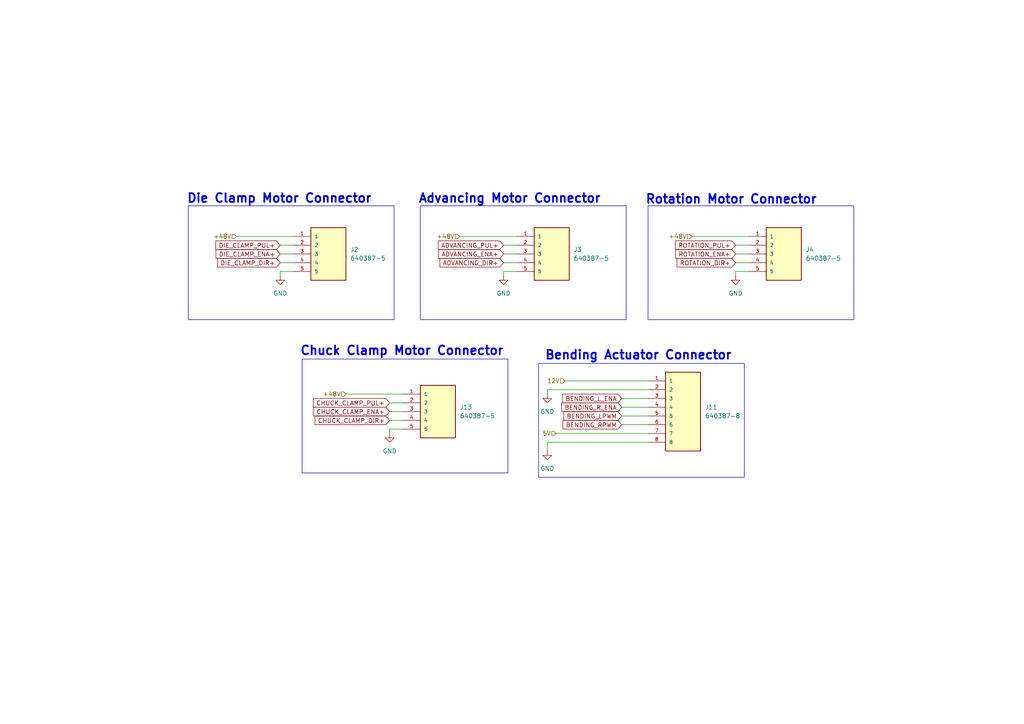
<source format=kicad_sch>
(kicad_sch (version 20231120) (generator "eeschema") (generator_version "8.0")
  (paper "A4")
  (lib_symbols
    (symbol "640387-5:640387-5" (pin_names (offset 1.016))
      (property "Reference" "J" (at -5.58 7.62 0))
      (property "Value" "640387-5" (at -5.08 -10.16 0))
      (symbol "640387-5_0_0"
        (rectangle (start -5.08 -7.62) (end 5.08 7.62) (stroke (width 0.254)) (fill (type background)))
        (pin passive line (at -10.16 5.08 0) (length 5.08) (name "1") (number "1"))
        (pin passive line (at -10.16 2.54 0) (length 5.08) (name "2") (number "2"))
        (pin passive line (at -10.16 0 0) (length 5.08) (name "3") (number "3"))
        (pin passive line (at -10.16 -2.54 0) (length 5.08) (name "4") (number "4"))
        (pin passive line (at -10.16 -5.08 0) (length 5.08) (name "5") (number "5"))
      )
    )
    (symbol "640387-8:640387-8" (pin_names (offset 1.016))
      (property "Reference" "J" (at -5.58 12.7 0))
      (property "Value" "640387-8" (at -5.08 -12.7 0))
      (symbol "640387-8_0_0"
        (rectangle (start -5.08 -10.16) (end 5.08 12.7) (stroke (width 0.254)) (fill (type background)))
        (pin passive line (at -10.16 10.16 0) (length 5.08) (name "1") (number "1"))
        (pin passive line (at -10.16 7.62 0) (length 5.08) (name "2") (number "2"))
        (pin passive line (at -10.16 5.08 0) (length 5.08) (name "3") (number "3"))
        (pin passive line (at -10.16 2.54 0) (length 5.08) (name "4") (number "4"))
        (pin passive line (at -10.16 0 0) (length 5.08) (name "5") (number "5"))
        (pin passive line (at -10.16 -2.54 0) (length 5.08) (name "6") (number "6"))
        (pin passive line (at -10.16 -5.08 0) (length 5.08) (name "7") (number "7"))
        (pin passive line (at -10.16 -7.62 0) (length 5.08) (name "8") (number "8"))
      )
    )
    (symbol "power:GND" (power) (pin_numbers hide) (pin_names (offset 0) hide)
      (property "Value" "GND" (at 0 -3.81 0))
      (symbol "GND_0_1"
        (polyline (pts (xy 0 0) (xy 0 -1.27) (xy 1.27 -1.27) (xy 0 -2.54) (xy -1.27 -1.27) (xy 0 -1.27)))
      )
      (symbol "GND_1_1"
        (pin power_in line (at 0 0 270) (length 0) (name "~") (number "1"))
      )
    )
  )
  (wire (pts (xy 163.83 110.49) (xy 187.96 110.49)))
  (wire (pts (xy 158.75 128.27) (xy 187.96 128.27)))
  (wire (pts (xy 180.34 120.65) (xy 187.96 120.65)))
  (wire (pts (xy 113.03 124.46) (xy 113.03 125.73)))
  (wire (pts (xy 146.05 78.74) (xy 146.05 80.01)))
  (wire (pts (xy 113.03 121.92) (xy 116.84 121.92)))
  (wire (pts (xy 213.36 73.66) (xy 217.17 73.66)))
  (wire (pts (xy 158.75 113.03) (xy 158.75 114.3)))
  (wire (pts (xy 81.28 78.74) (xy 81.28 80.01)))
  (wire (pts (xy 180.34 115.57) (xy 187.96 115.57)))
  (wire (pts (xy 68.58 68.58) (xy 85.09 68.58)))
  (wire (pts (xy 146.05 73.66) (xy 149.86 73.66)))
  (wire (pts (xy 116.84 124.46) (xy 113.03 124.46)))
  (wire (pts (xy 81.28 76.2) (xy 85.09 76.2)))
  (wire (pts (xy 146.05 76.2) (xy 149.86 76.2)))
  (wire (pts (xy 85.09 78.74) (xy 81.28 78.74)))
  (wire (pts (xy 161.29 125.73) (xy 187.96 125.73)))
  (wire (pts (xy 180.34 118.11) (xy 187.96 118.11)))
  (wire (pts (xy 158.75 128.27) (xy 158.75 130.81)))
  (wire (pts (xy 113.03 116.84) (xy 116.84 116.84)))
  (wire (pts (xy 81.28 71.12) (xy 85.09 71.12)))
  (wire (pts (xy 213.36 78.74) (xy 213.36 80.01)))
  (wire (pts (xy 133.35 68.58) (xy 149.86 68.58)))
  (wire (pts (xy 213.36 71.12) (xy 217.17 71.12)))
  (wire (pts (xy 213.36 76.2) (xy 217.17 76.2)))
  (wire (pts (xy 158.75 113.03) (xy 187.96 113.03)))
  (wire (pts (xy 113.03 119.38) (xy 116.84 119.38)))
  (wire (pts (xy 149.86 78.74) (xy 146.05 78.74)))
  (wire (pts (xy 100.33 114.3) (xy 116.84 114.3)))
  (wire (pts (xy 146.05 71.12) (xy 149.86 71.12)))
  (wire (pts (xy 200.66 68.58) (xy 217.17 68.58)))
  (wire (pts (xy 217.17 78.74) (xy 213.36 78.74)))
  (wire (pts (xy 180.34 123.19) (xy 187.96 123.19)))
  (wire (pts (xy 81.28 73.66) (xy 85.09 73.66)))
  (rectangle (start 121.92 59.69) (end 181.61 92.71))
  (rectangle (start 156.21 105.41) (end 215.9 138.43))
  (rectangle (start 187.96 59.69) (end 247.65 92.71))
  (rectangle (start 87.63 104.14) (end 147.32 137.16))
  (rectangle (start 54.61 59.69) (end 114.3 92.71))
  (text "Chuck Clamp Motor Connector" (at 116.586 101.854 0) (effects (font (size 2.54 2.54) (thickness 0.508) (bold yes))))
  (text "Die Clamp Motor Connector\n" (at 81.026 57.658 0) (effects (font (size 2.54 2.54) (thickness 0.508) (bold yes))))
  (text "Bending Actuator Connector\n" (at 185.166 103.124 0) (effects (font (size 2.54 2.54) (thickness 0.508) (bold yes))))
  (text "Advancing Motor Connector" (at 147.828 57.658 0) (effects (font (size 2.54 2.54) (thickness 0.508) (bold yes))))
  (text "Rotation Motor Connector" (at 212.09 57.912 0) (effects (font (size 2.54 2.54) (thickness 0.508) (bold yes))))
  (global_label "ROTATION_PUL+" (shape input) (at 213.36 71.12 180) (property "Intersheetrefs" "${INTERSHEET_REFS}" (effects (hide yes))))
  (global_label "DIE_CLAMP_PUL+" (shape input) (at 81.28 71.12 180) (property "Intersheetrefs" "${INTERSHEET_REFS}" (effects (hide yes))))
  (global_label "ROTATION_ENA+" (shape input) (at 213.36 73.66 180) (property "Intersheetrefs" "${INTERSHEET_REFS}" (effects (hide yes))))
  (global_label "BENDING_L_ENA" (shape input) (at 180.34 115.57 180) (property "Intersheetrefs" "${INTERSHEET_REFS}" (effects (hide yes))))
  (global_label "CHUCK_CLAMP_PUL+" (shape input) (at 113.03 116.84 180) (property "Intersheetrefs" "${INTERSHEET_REFS}" (effects (hide yes))))
  (global_label "ROTATION_DIR+" (shape input) (at 213.36 76.2 180) (property "Intersheetrefs" "${INTERSHEET_REFS}" (effects (hide yes))))
  (global_label "ADVANCING_PUL+" (shape input) (at 146.05 71.12 180) (property "Intersheetrefs" "${INTERSHEET_REFS}" (effects (hide yes))))
  (global_label "ADVANCING_ENA+" (shape input) (at 146.05 73.66 180) (property "Intersheetrefs" "${INTERSHEET_REFS}" (effects (hide yes))))
  (global_label "CHUCK_CLAMP_DIR+" (shape input) (at 113.03 121.92 180) (property "Intersheetrefs" "${INTERSHEET_REFS}" (effects (hide yes))))
  (global_label "ADVANCING_DIR+" (shape input) (at 146.05 76.2 180) (property "Intersheetrefs" "${INTERSHEET_REFS}" (effects (hide yes))))
  (global_label "BENDING_RPWM" (shape input) (at 180.34 123.19 180) (property "Intersheetrefs" "${INTERSHEET_REFS}" (effects (hide yes))))
  (global_label "CHUCK_CLAMP_ENA+" (shape input) (at 113.03 119.38 180) (property "Intersheetrefs" "${INTERSHEET_REFS}" (effects (hide yes))))
  (global_label "BENDING_LPWM" (shape input) (at 180.34 120.65 180) (property "Intersheetrefs" "${INTERSHEET_REFS}" (effects (hide yes))))
  (global_label "DIE_CLAMP_ENA+" (shape input) (at 81.28 73.66 180) (property "Intersheetrefs" "${INTERSHEET_REFS}" (effects (hide yes))))
  (global_label "DIE_CLAMP_DIR+" (shape input) (at 81.28 76.2 180) (property "Intersheetrefs" "${INTERSHEET_REFS}" (effects (hide yes))))
  (global_label "BENDING_R_ENA" (shape input) (at 180.34 118.11 180) (property "Intersheetrefs" "${INTERSHEET_REFS}" (effects (hide yes))))
  (hierarchical_label "+48V" (shape input) (at 200.66 68.58 180) (property "48V" "48" (effects (hide yes))))
  (hierarchical_label "12V" (shape input) (at 163.83 110.49 180))
  (hierarchical_label "+48V" (shape input) (at 133.35 68.58 180) (property "48V" "48" (effects (hide yes))))
  (hierarchical_label "+48V" (shape input) (at 100.33 114.3 180) (property "48V" "48" (effects (hide yes))))
  (hierarchical_label "5V" (shape input) (at 161.29 125.73 180))
  (hierarchical_label "+48V" (shape input) (at 68.58 68.58 180) (property "48V" "48" (effects (hide yes))))
  (symbol (lib_id "power:GND") (at 113.03 125.73 0) (mirror y) (unit 1)
    (property "Reference" "#PWR033" (effects (hide yes)))
    (property "Value" "GND" (at 113.03 130.81 0))
    (property "Description" "Power symbol creates a global label with name \"GND\" , ground" (effects (hide yes)))
  )
  (symbol (lib_id "power:GND") (at 158.75 130.81 0) (mirror y) (unit 1)
    (property "Reference" "#PWR035" (effects (hide yes)))
    (property "Value" "GND" (at 158.75 135.89 0))
    (property "Description" "Power symbol creates a global label with name \"GND\" , ground" (effects (hide yes)))
  )
  (symbol (lib_id "power:GND") (at 146.05 80.01 0) (mirror y) (unit 1)
    (property "Reference" "#PWR031" (effects (hide yes)))
    (property "Value" "GND" (at 146.05 85.09 0))
    (property "Description" "Power symbol creates a global label with name \"GND\" , ground" (effects (hide yes)))
  )
  (symbol (lib_id "640387-5:640387-5") (at 95.25 73.66 0) (unit 1)
    (property "Reference" "J2" (at 101.6 72.3899 0) (effects (justify left)))
    (property "Value" "640387-5" (at 101.6 74.9299 0) (effects (justify left)))
    (property "Footprint" "640387-5:TE_640387-5" (effects (hide yes)))
    (property "PARTREV" "R" (effects (hide yes)))
    (property "STANDARD" "Manufacturer Recommendations" (effects (hide yes)))
    (property "MANUFACTURER" "TE" (effects (hide yes)))
  )
  (symbol (lib_id "power:GND") (at 158.75 114.3 0) (mirror y) (unit 1)
    (property "Reference" "#PWR043" (effects (hide yes)))
    (property "Value" "GND" (at 158.75 119.38 0))
    (property "Description" "Power symbol creates a global label with name \"GND\" , ground" (effects (hide yes)))
  )
  (symbol (lib_id "power:GND") (at 213.36 80.01 0) (mirror y) (unit 1)
    (property "Reference" "#PWR032" (effects (hide yes)))
    (property "Value" "GND" (at 213.36 85.09 0))
    (property "Description" "Power symbol creates a global label with name \"GND\" , ground" (effects (hide yes)))
  )
  (symbol (lib_id "640387-5:640387-5") (at 227.33 73.66 0) (unit 1)
    (property "Reference" "J4" (at 233.68 72.3899 0) (effects (justify left)))
    (property "Value" "640387-5" (at 233.68 74.9299 0) (effects (justify left)))
    (property "Footprint" "640387-5:TE_640387-5" (effects (hide yes)))
    (property "PARTREV" "R" (effects (hide yes)))
    (property "STANDARD" "Manufacturer Recommendations" (effects (hide yes)))
    (property "MANUFACTURER" "TE" (effects (hide yes)))
  )
  (symbol (lib_id "640387-5:640387-5") (at 127 119.38 0) (unit 1)
    (property "Reference" "J13" (at 133.35 118.1099 0) (effects (justify left)))
    (property "Value" "640387-5" (at 133.35 120.6499 0) (effects (justify left)))
    (property "Footprint" "640387-5:TE_640387-5" (effects (hide yes)))
    (property "PARTREV" "R" (effects (hide yes)))
    (property "STANDARD" "Manufacturer Recommendations" (effects (hide yes)))
    (property "MANUFACTURER" "TE" (effects (hide yes)))
  )
  (symbol (lib_id "640387-8:640387-8") (at 198.12 120.65 0) (unit 1)
    (property "Reference" "J11" (at 204.47 118.1099 0) (effects (justify left)))
    (property "Value" "640387-8" (at 204.47 120.6499 0) (effects (justify left)))
    (property "Footprint" "640387-8:TE_640387-8" (effects (hide yes)))
    (property "PARTREV" "R" (effects (hide yes)))
    (property "STANDARD" "Manufacturer Recommendations" (effects (hide yes)))
    (property "MANUFACTURER" "TE" (effects (hide yes)))
  )
  (symbol (lib_id "power:GND") (at 81.28 80.01 0) (mirror y) (unit 1)
    (property "Reference" "#PWR030" (effects (hide yes)))
    (property "Value" "GND" (at 81.28 85.09 0))
    (property "Description" "Power symbol creates a global label with name \"GND\" , ground" (effects (hide yes)))
  )
  (symbol (lib_id "640387-5:640387-5") (at 160.02 73.66 0) (unit 1)
    (property "Reference" "J3" (at 166.37 72.3899 0) (effects (justify left)))
    (property "Value" "640387-5" (at 166.37 74.9299 0) (effects (justify left)))
    (property "Footprint" "640387-5:TE_640387-5" (effects (hide yes)))
    (property "PARTREV" "R" (effects (hide yes)))
    (property "STANDARD" "Manufacturer Recommendations" (effects (hide yes)))
    (property "MANUFACTURER" "TE" (effects (hide yes)))
  )
)
</source>
